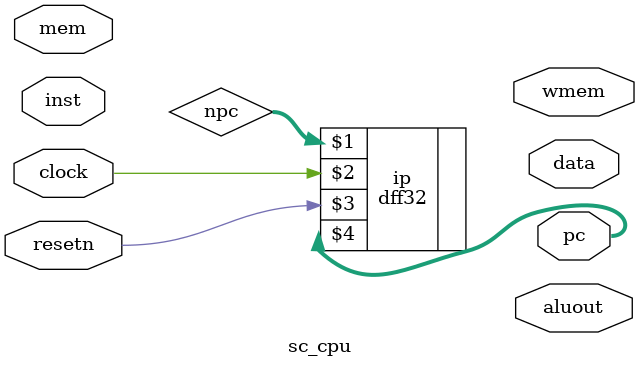
<source format=v>
module sc_cpu (clock,resetn,inst,mem,pc,wmem,aluout,data);
   input [31:0] inst,mem;
   input clock,resetn;
   output [31:0] pc,aluout,data;
   output wmem;
  
   wire [31:0]   p4,branchpc,jalrpc,npc,immediate;
   wire [31:0]   ra,rb,regf_din;//regfile output a,b, input data
   wire [31:0]   alua,alub,alu_mem;
   wire [3:0]    aluc;
   wire [1:0]    pcsource;// 00 normal; 01 beq,bne;10 jalr;11 jal
   wire          zero,wmem,wreg,m2reg,aluimm,sext,i_lui,i_sw,shift;
  //pc register unit ,dff32
   dff32 ip (npc,clock,resetn,pc);  // define a D-register for PC
   
   
  //immedate data extent unit ,   immext


  
  //register file,   mux2x32 , regfile
  
  
  
  
  //control unit ,sc_cu
   


  //alu unit   , mux2x32,alu




  //next pc generate ,   cla32 ,mux4x32


   
  //write back register file,   mux2x32 



   endmodule
</source>
